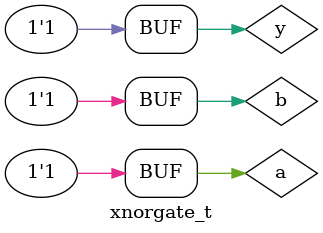
<source format=v>
module xnorgate_t;
reg a,b;
wire y;
xnor xnorgate_t(y,a,b);
initial		
begin
#10 a=0;b=0;
#10 a=0;b=1;
#10 a=1;b=0;
#10 a=1;b=1;
end
initial
begin					
$monitor($time,"a=%b, b=%b, y=%b",a,b,y); 
end
initial
begin
$dumpfile("xnor.vcd");	
$dumpvars(0,xnorgate_t);	
end
endmodule 

</source>
